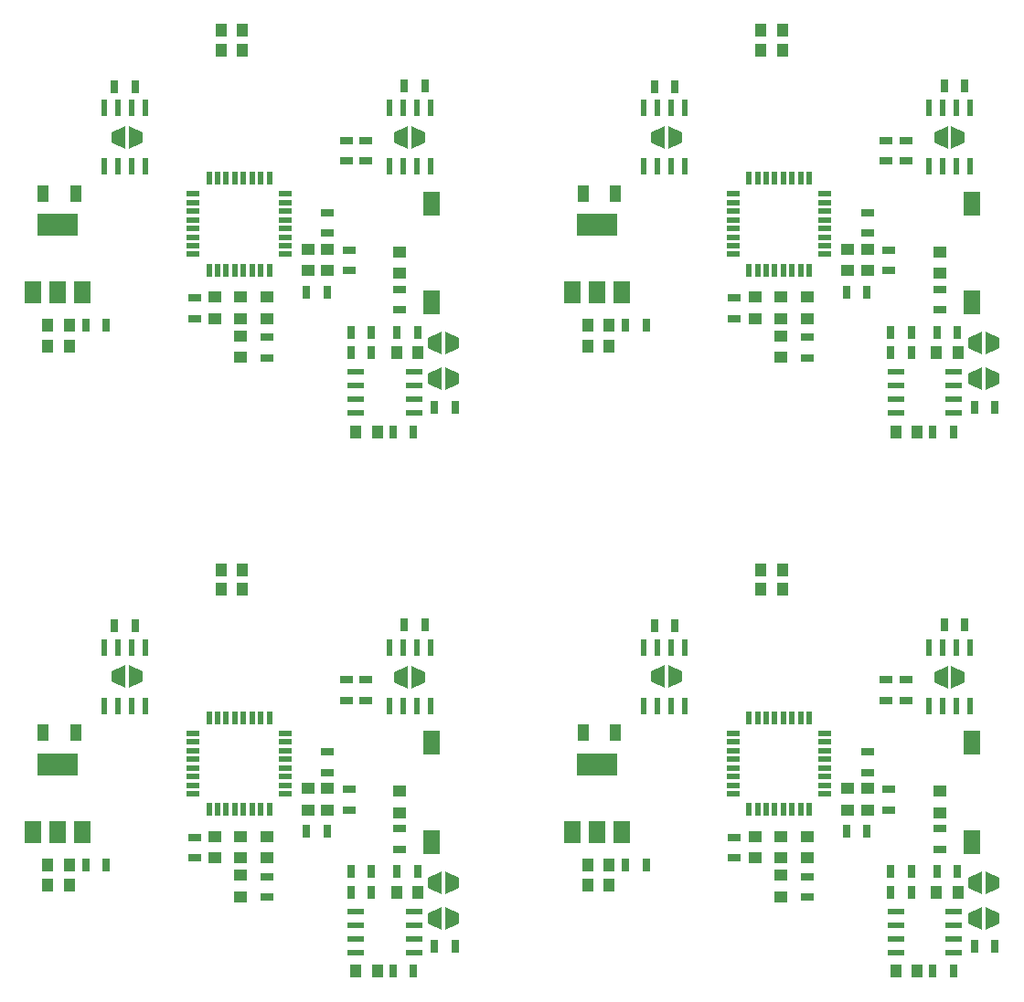
<source format=gtp>
G04 #@! TF.FileFunction,Paste,Top*
%FSLAX46Y46*%
G04 Gerber Fmt 4.6, Leading zero omitted, Abs format (unit mm)*
G04 Created by KiCad (PCBNEW 4.0.2-stable) date 12/4/2017 3:47:34 PM*
%MOMM*%
G01*
G04 APERTURE LIST*
%ADD10C,0.100000*%
%ADD11R,1.300000X0.700000*%
%ADD12R,1.250000X1.000000*%
%ADD13R,1.600000X2.180000*%
%ADD14R,0.700000X1.300000*%
%ADD15R,0.600000X1.550000*%
%ADD16R,1.000000X1.250000*%
%ADD17R,1.550000X0.600000*%
%ADD18R,0.600000X1.200000*%
%ADD19R,1.200000X0.600000*%
%ADD20R,1.000000X1.600000*%
%ADD21R,3.800000X2.000000*%
%ADD22R,1.500000X2.000000*%
G04 APERTURE END LIST*
D10*
D11*
X152811500Y-123601500D03*
X152811500Y-125501500D03*
D12*
X157510500Y-125742000D03*
X157510500Y-123742000D03*
D13*
X160492680Y-128455430D03*
X160497320Y-119250570D03*
D11*
X157510500Y-129121000D03*
X157510500Y-127221000D03*
X150843000Y-120109000D03*
X150843000Y-122009000D03*
D14*
X131097000Y-108422500D03*
X132997000Y-108422500D03*
D10*
G36*
X132072500Y-112059500D02*
X132072500Y-114183500D01*
X130802500Y-113583500D01*
X130802500Y-112659500D01*
X132072500Y-112059500D01*
X132072500Y-112059500D01*
G37*
G36*
X133672500Y-112659500D02*
X133672500Y-113583500D01*
X132402500Y-114183500D01*
X132402500Y-112059500D01*
X133672500Y-112659500D01*
X133672500Y-112659500D01*
G37*
D15*
X130142000Y-115821500D03*
X131412000Y-115821500D03*
X132682000Y-115821500D03*
X133952000Y-115821500D03*
X133952000Y-110421500D03*
X132682000Y-110421500D03*
X131412000Y-110421500D03*
X130142000Y-110421500D03*
D11*
X138524000Y-128044000D03*
X138524000Y-129944000D03*
D12*
X140429000Y-127933000D03*
X140429000Y-129933000D03*
D16*
X159209000Y-133124000D03*
X157209000Y-133124000D03*
X155462500Y-140426500D03*
X153462500Y-140426500D03*
D14*
X154907000Y-131219000D03*
X153007000Y-131219000D03*
X153004500Y-133124000D03*
X154904500Y-133124000D03*
X157259000Y-131219000D03*
X159159000Y-131219000D03*
X156880500Y-140426500D03*
X158780500Y-140426500D03*
D17*
X153446500Y-134902000D03*
X153446500Y-136172000D03*
X153446500Y-137442000D03*
X153446500Y-138712000D03*
X158846500Y-138712000D03*
X158846500Y-137442000D03*
X158846500Y-136172000D03*
X158846500Y-134902000D03*
D10*
G36*
X161409500Y-134475000D02*
X161409500Y-136599000D01*
X160139500Y-135999000D01*
X160139500Y-135075000D01*
X161409500Y-134475000D01*
X161409500Y-134475000D01*
G37*
G36*
X163009500Y-135075000D02*
X163009500Y-135999000D01*
X161739500Y-136599000D01*
X161739500Y-134475000D01*
X163009500Y-135075000D01*
X163009500Y-135075000D01*
G37*
D14*
X162649000Y-138140500D03*
X160749000Y-138140500D03*
D10*
G36*
X161739500Y-133297000D02*
X161739500Y-131173000D01*
X163009500Y-131773000D01*
X163009500Y-132697000D01*
X161739500Y-133297000D01*
X161739500Y-133297000D01*
G37*
G36*
X160139500Y-132697000D02*
X160139500Y-131773000D01*
X161409500Y-131173000D01*
X161409500Y-133297000D01*
X160139500Y-132697000D01*
X160139500Y-132697000D01*
G37*
D16*
X140953000Y-105057000D03*
X142953000Y-105057000D03*
X140953000Y-103215500D03*
X142953000Y-103215500D03*
D14*
X157957500Y-108359000D03*
X159857500Y-108359000D03*
D11*
X152557500Y-113441500D03*
X152557500Y-115341500D03*
D15*
X156558000Y-115821500D03*
X157828000Y-115821500D03*
X159098000Y-115821500D03*
X160368000Y-115821500D03*
X160368000Y-110421500D03*
X159098000Y-110421500D03*
X157828000Y-110421500D03*
X156558000Y-110421500D03*
D10*
G36*
X158260000Y-112123000D02*
X158260000Y-114247000D01*
X156990000Y-113647000D01*
X156990000Y-112723000D01*
X158260000Y-112123000D01*
X158260000Y-112123000D01*
G37*
G36*
X159860000Y-112723000D02*
X159860000Y-113647000D01*
X158590000Y-114247000D01*
X158590000Y-112123000D01*
X159860000Y-112723000D01*
X159860000Y-112723000D01*
G37*
D11*
X154399000Y-113439000D03*
X154399000Y-115339000D03*
D18*
X139851500Y-125436000D03*
X140651500Y-125436000D03*
X141451500Y-125436000D03*
X142251500Y-125436000D03*
X143051500Y-125436000D03*
X143851500Y-125436000D03*
X144651500Y-125436000D03*
X145451500Y-125436000D03*
D19*
X146901500Y-123986000D03*
X146901500Y-123186000D03*
X146901500Y-122386000D03*
X146901500Y-121586000D03*
X146901500Y-120786000D03*
X146901500Y-119986000D03*
X146901500Y-119186000D03*
X146901500Y-118386000D03*
D18*
X145451500Y-116936000D03*
X144651500Y-116936000D03*
X143851500Y-116936000D03*
X143051500Y-116936000D03*
X142251500Y-116936000D03*
X141451500Y-116936000D03*
X140651500Y-116936000D03*
X139851500Y-116936000D03*
D19*
X138401500Y-118386000D03*
X138401500Y-119186000D03*
X138401500Y-119986000D03*
X138401500Y-120786000D03*
X138401500Y-121586000D03*
X138401500Y-122386000D03*
X138401500Y-123186000D03*
X138401500Y-123986000D03*
D11*
X145255000Y-133566000D03*
X145255000Y-131666000D03*
D12*
X149001500Y-125488000D03*
X149001500Y-123488000D03*
X142778500Y-127933000D03*
X142778500Y-129933000D03*
X150843000Y-125488000D03*
X150843000Y-123488000D03*
X145255000Y-127933000D03*
X145255000Y-129933000D03*
D14*
X148877000Y-127472500D03*
X150777000Y-127472500D03*
D12*
X142778500Y-133552500D03*
X142778500Y-131552500D03*
D11*
X95255000Y-133566000D03*
X95255000Y-131666000D03*
D12*
X92778500Y-133552500D03*
X92778500Y-131552500D03*
D14*
X78430000Y-130584000D03*
X80330000Y-130584000D03*
D16*
X90953000Y-105057000D03*
X92953000Y-105057000D03*
X90953000Y-103215500D03*
X92953000Y-103215500D03*
D10*
G36*
X82072500Y-112059500D02*
X82072500Y-114183500D01*
X80802500Y-113583500D01*
X80802500Y-112659500D01*
X82072500Y-112059500D01*
X82072500Y-112059500D01*
G37*
G36*
X83672500Y-112659500D02*
X83672500Y-113583500D01*
X82402500Y-114183500D01*
X82402500Y-112059500D01*
X83672500Y-112659500D01*
X83672500Y-112659500D01*
G37*
D15*
X80142000Y-115821500D03*
X81412000Y-115821500D03*
X82682000Y-115821500D03*
X83952000Y-115821500D03*
X83952000Y-110421500D03*
X82682000Y-110421500D03*
X81412000Y-110421500D03*
X80142000Y-110421500D03*
D14*
X81097000Y-108422500D03*
X82997000Y-108422500D03*
D20*
X77514500Y-118328500D03*
X74514500Y-118328500D03*
D16*
X76903500Y-130584000D03*
X74903500Y-130584000D03*
D21*
X75810000Y-121236000D03*
D22*
X75810000Y-127536000D03*
X78110000Y-127536000D03*
X73510000Y-127536000D03*
D16*
X76903500Y-132489000D03*
X74903500Y-132489000D03*
D11*
X88524000Y-128044000D03*
X88524000Y-129944000D03*
D12*
X90429000Y-127933000D03*
X90429000Y-129933000D03*
D18*
X89851500Y-125436000D03*
X90651500Y-125436000D03*
X91451500Y-125436000D03*
X92251500Y-125436000D03*
X93051500Y-125436000D03*
X93851500Y-125436000D03*
X94651500Y-125436000D03*
X95451500Y-125436000D03*
D19*
X96901500Y-123986000D03*
X96901500Y-123186000D03*
X96901500Y-122386000D03*
X96901500Y-121586000D03*
X96901500Y-120786000D03*
X96901500Y-119986000D03*
X96901500Y-119186000D03*
X96901500Y-118386000D03*
D18*
X95451500Y-116936000D03*
X94651500Y-116936000D03*
X93851500Y-116936000D03*
X93051500Y-116936000D03*
X92251500Y-116936000D03*
X91451500Y-116936000D03*
X90651500Y-116936000D03*
X89851500Y-116936000D03*
D19*
X88401500Y-118386000D03*
X88401500Y-119186000D03*
X88401500Y-119986000D03*
X88401500Y-120786000D03*
X88401500Y-121586000D03*
X88401500Y-122386000D03*
X88401500Y-123186000D03*
X88401500Y-123986000D03*
D12*
X92778500Y-127933000D03*
X92778500Y-129933000D03*
X95255000Y-127933000D03*
X95255000Y-129933000D03*
X99001500Y-125488000D03*
X99001500Y-123488000D03*
D14*
X98877000Y-127472500D03*
X100777000Y-127472500D03*
X128430000Y-130584000D03*
X130330000Y-130584000D03*
D21*
X125810000Y-121236000D03*
D22*
X125810000Y-127536000D03*
X128110000Y-127536000D03*
X123510000Y-127536000D03*
D20*
X127514500Y-118328500D03*
X124514500Y-118328500D03*
D16*
X126903500Y-130584000D03*
X124903500Y-130584000D03*
X126903500Y-132489000D03*
X124903500Y-132489000D03*
X105462500Y-140426500D03*
X103462500Y-140426500D03*
D17*
X103446500Y-134902000D03*
X103446500Y-136172000D03*
X103446500Y-137442000D03*
X103446500Y-138712000D03*
X108846500Y-138712000D03*
X108846500Y-137442000D03*
X108846500Y-136172000D03*
X108846500Y-134902000D03*
D16*
X109209000Y-133124000D03*
X107209000Y-133124000D03*
D14*
X103004500Y-133124000D03*
X104904500Y-133124000D03*
X107259000Y-131219000D03*
X109159000Y-131219000D03*
X106880500Y-140426500D03*
X108780500Y-140426500D03*
X104907000Y-131219000D03*
X103007000Y-131219000D03*
D10*
G36*
X111409500Y-134475000D02*
X111409500Y-136599000D01*
X110139500Y-135999000D01*
X110139500Y-135075000D01*
X111409500Y-134475000D01*
X111409500Y-134475000D01*
G37*
G36*
X113009500Y-135075000D02*
X113009500Y-135999000D01*
X111739500Y-136599000D01*
X111739500Y-134475000D01*
X113009500Y-135075000D01*
X113009500Y-135075000D01*
G37*
G36*
X111739500Y-133297000D02*
X111739500Y-131173000D01*
X113009500Y-131773000D01*
X113009500Y-132697000D01*
X111739500Y-133297000D01*
X111739500Y-133297000D01*
G37*
G36*
X110139500Y-132697000D02*
X110139500Y-131773000D01*
X111409500Y-131173000D01*
X111409500Y-133297000D01*
X110139500Y-132697000D01*
X110139500Y-132697000D01*
G37*
D14*
X112649000Y-138140500D03*
X110749000Y-138140500D03*
D13*
X110492680Y-128455430D03*
X110497320Y-119250570D03*
D12*
X107510500Y-125742000D03*
X107510500Y-123742000D03*
X100843000Y-125488000D03*
X100843000Y-123488000D03*
D11*
X100843000Y-120109000D03*
X100843000Y-122009000D03*
X102811500Y-123601500D03*
X102811500Y-125501500D03*
X107510500Y-129121000D03*
X107510500Y-127221000D03*
X102557500Y-113441500D03*
X102557500Y-115341500D03*
X104399000Y-113439000D03*
X104399000Y-115339000D03*
D15*
X106558000Y-115821500D03*
X107828000Y-115821500D03*
X109098000Y-115821500D03*
X110368000Y-115821500D03*
X110368000Y-110421500D03*
X109098000Y-110421500D03*
X107828000Y-110421500D03*
X106558000Y-110421500D03*
D14*
X107957500Y-108359000D03*
X109857500Y-108359000D03*
D10*
G36*
X108260000Y-112123000D02*
X108260000Y-114247000D01*
X106990000Y-113647000D01*
X106990000Y-112723000D01*
X108260000Y-112123000D01*
X108260000Y-112123000D01*
G37*
G36*
X109860000Y-112723000D02*
X109860000Y-113647000D01*
X108590000Y-114247000D01*
X108590000Y-112123000D01*
X109860000Y-112723000D01*
X109860000Y-112723000D01*
G37*
D14*
X154907000Y-81219000D03*
X153007000Y-81219000D03*
X153004500Y-83124000D03*
X154904500Y-83124000D03*
X157259000Y-81219000D03*
X159159000Y-81219000D03*
D16*
X159209000Y-83124000D03*
X157209000Y-83124000D03*
D17*
X153446500Y-84902000D03*
X153446500Y-86172000D03*
X153446500Y-87442000D03*
X153446500Y-88712000D03*
X158846500Y-88712000D03*
X158846500Y-87442000D03*
X158846500Y-86172000D03*
X158846500Y-84902000D03*
D16*
X155462500Y-90426500D03*
X153462500Y-90426500D03*
D14*
X156880500Y-90426500D03*
X158780500Y-90426500D03*
X162649000Y-88140500D03*
X160749000Y-88140500D03*
D10*
G36*
X161739500Y-83297000D02*
X161739500Y-81173000D01*
X163009500Y-81773000D01*
X163009500Y-82697000D01*
X161739500Y-83297000D01*
X161739500Y-83297000D01*
G37*
G36*
X160139500Y-82697000D02*
X160139500Y-81773000D01*
X161409500Y-81173000D01*
X161409500Y-83297000D01*
X160139500Y-82697000D01*
X160139500Y-82697000D01*
G37*
G36*
X161409500Y-84475000D02*
X161409500Y-86599000D01*
X160139500Y-85999000D01*
X160139500Y-85075000D01*
X161409500Y-84475000D01*
X161409500Y-84475000D01*
G37*
G36*
X163009500Y-85075000D02*
X163009500Y-85999000D01*
X161739500Y-86599000D01*
X161739500Y-84475000D01*
X163009500Y-85075000D01*
X163009500Y-85075000D01*
G37*
D12*
X142778500Y-83552500D03*
X142778500Y-81552500D03*
D11*
X145255000Y-83566000D03*
X145255000Y-81666000D03*
X152811500Y-73601500D03*
X152811500Y-75501500D03*
D13*
X160492680Y-78455430D03*
X160497320Y-69250570D03*
D11*
X157510500Y-79121000D03*
X157510500Y-77221000D03*
X154399000Y-63439000D03*
X154399000Y-65339000D03*
D12*
X157510500Y-75742000D03*
X157510500Y-73742000D03*
D10*
G36*
X158260000Y-62123000D02*
X158260000Y-64247000D01*
X156990000Y-63647000D01*
X156990000Y-62723000D01*
X158260000Y-62123000D01*
X158260000Y-62123000D01*
G37*
G36*
X159860000Y-62723000D02*
X159860000Y-63647000D01*
X158590000Y-64247000D01*
X158590000Y-62123000D01*
X159860000Y-62723000D01*
X159860000Y-62723000D01*
G37*
D15*
X156558000Y-65821500D03*
X157828000Y-65821500D03*
X159098000Y-65821500D03*
X160368000Y-65821500D03*
X160368000Y-60421500D03*
X159098000Y-60421500D03*
X157828000Y-60421500D03*
X156558000Y-60421500D03*
D11*
X152557500Y-63441500D03*
X152557500Y-65341500D03*
D14*
X157957500Y-58359000D03*
X159857500Y-58359000D03*
X128430000Y-80584000D03*
X130330000Y-80584000D03*
D16*
X126903500Y-82489000D03*
X124903500Y-82489000D03*
D21*
X125810000Y-71236000D03*
D22*
X125810000Y-77536000D03*
X128110000Y-77536000D03*
X123510000Y-77536000D03*
D12*
X140429000Y-77933000D03*
X140429000Y-79933000D03*
D20*
X127514500Y-68328500D03*
X124514500Y-68328500D03*
D11*
X138524000Y-78044000D03*
X138524000Y-79944000D03*
D12*
X142778500Y-77933000D03*
X142778500Y-79933000D03*
D16*
X126903500Y-80584000D03*
X124903500Y-80584000D03*
D12*
X145255000Y-77933000D03*
X145255000Y-79933000D03*
D15*
X130142000Y-65821500D03*
X131412000Y-65821500D03*
X132682000Y-65821500D03*
X133952000Y-65821500D03*
X133952000Y-60421500D03*
X132682000Y-60421500D03*
X131412000Y-60421500D03*
X130142000Y-60421500D03*
D10*
G36*
X132072500Y-62059500D02*
X132072500Y-64183500D01*
X130802500Y-63583500D01*
X130802500Y-62659500D01*
X132072500Y-62059500D01*
X132072500Y-62059500D01*
G37*
G36*
X133672500Y-62659500D02*
X133672500Y-63583500D01*
X132402500Y-64183500D01*
X132402500Y-62059500D01*
X133672500Y-62659500D01*
X133672500Y-62659500D01*
G37*
D14*
X131097000Y-58422500D03*
X132997000Y-58422500D03*
D12*
X149001500Y-75488000D03*
X149001500Y-73488000D03*
X150843000Y-75488000D03*
X150843000Y-73488000D03*
D18*
X139851500Y-75436000D03*
X140651500Y-75436000D03*
X141451500Y-75436000D03*
X142251500Y-75436000D03*
X143051500Y-75436000D03*
X143851500Y-75436000D03*
X144651500Y-75436000D03*
X145451500Y-75436000D03*
D19*
X146901500Y-73986000D03*
X146901500Y-73186000D03*
X146901500Y-72386000D03*
X146901500Y-71586000D03*
X146901500Y-70786000D03*
X146901500Y-69986000D03*
X146901500Y-69186000D03*
X146901500Y-68386000D03*
D18*
X145451500Y-66936000D03*
X144651500Y-66936000D03*
X143851500Y-66936000D03*
X143051500Y-66936000D03*
X142251500Y-66936000D03*
X141451500Y-66936000D03*
X140651500Y-66936000D03*
X139851500Y-66936000D03*
D19*
X138401500Y-68386000D03*
X138401500Y-69186000D03*
X138401500Y-69986000D03*
X138401500Y-70786000D03*
X138401500Y-71586000D03*
X138401500Y-72386000D03*
X138401500Y-73186000D03*
X138401500Y-73986000D03*
D16*
X140953000Y-53215500D03*
X142953000Y-53215500D03*
X140953000Y-55057000D03*
X142953000Y-55057000D03*
D14*
X148877000Y-77472500D03*
X150777000Y-77472500D03*
D11*
X150843000Y-70109000D03*
X150843000Y-72009000D03*
D12*
X90429000Y-77933000D03*
X90429000Y-79933000D03*
D16*
X90953000Y-55057000D03*
X92953000Y-55057000D03*
X90953000Y-53215500D03*
X92953000Y-53215500D03*
D12*
X92778500Y-77933000D03*
X92778500Y-79933000D03*
X95255000Y-77933000D03*
X95255000Y-79933000D03*
D16*
X105462500Y-90426500D03*
X103462500Y-90426500D03*
D12*
X92778500Y-83552500D03*
X92778500Y-81552500D03*
X107510500Y-75742000D03*
X107510500Y-73742000D03*
X99001500Y-75488000D03*
X99001500Y-73488000D03*
X100843000Y-75488000D03*
X100843000Y-73488000D03*
D16*
X76903500Y-80584000D03*
X74903500Y-80584000D03*
X76903500Y-82489000D03*
X74903500Y-82489000D03*
D10*
G36*
X111739500Y-83297000D02*
X111739500Y-81173000D01*
X113009500Y-81773000D01*
X113009500Y-82697000D01*
X111739500Y-83297000D01*
X111739500Y-83297000D01*
G37*
G36*
X110139500Y-82697000D02*
X110139500Y-81773000D01*
X111409500Y-81173000D01*
X111409500Y-83297000D01*
X110139500Y-82697000D01*
X110139500Y-82697000D01*
G37*
G36*
X111409500Y-84475000D02*
X111409500Y-86599000D01*
X110139500Y-85999000D01*
X110139500Y-85075000D01*
X111409500Y-84475000D01*
X111409500Y-84475000D01*
G37*
G36*
X113009500Y-85075000D02*
X113009500Y-85999000D01*
X111739500Y-86599000D01*
X111739500Y-84475000D01*
X113009500Y-85075000D01*
X113009500Y-85075000D01*
G37*
G36*
X82072500Y-62059500D02*
X82072500Y-64183500D01*
X80802500Y-63583500D01*
X80802500Y-62659500D01*
X82072500Y-62059500D01*
X82072500Y-62059500D01*
G37*
G36*
X83672500Y-62659500D02*
X83672500Y-63583500D01*
X82402500Y-64183500D01*
X82402500Y-62059500D01*
X83672500Y-62659500D01*
X83672500Y-62659500D01*
G37*
G36*
X108260000Y-62123000D02*
X108260000Y-64247000D01*
X106990000Y-63647000D01*
X106990000Y-62723000D01*
X108260000Y-62123000D01*
X108260000Y-62123000D01*
G37*
G36*
X109860000Y-62723000D02*
X109860000Y-63647000D01*
X108590000Y-64247000D01*
X108590000Y-62123000D01*
X109860000Y-62723000D01*
X109860000Y-62723000D01*
G37*
D14*
X106880500Y-90426500D03*
X108780500Y-90426500D03*
X112649000Y-88140500D03*
X110749000Y-88140500D03*
D11*
X95255000Y-83566000D03*
X95255000Y-81666000D03*
D14*
X103004500Y-83124000D03*
X104904500Y-83124000D03*
X104907000Y-81219000D03*
X103007000Y-81219000D03*
X81097000Y-58422500D03*
X82997000Y-58422500D03*
D11*
X107510500Y-79121000D03*
X107510500Y-77221000D03*
D14*
X98877000Y-77472500D03*
X100777000Y-77472500D03*
X78430000Y-80584000D03*
X80330000Y-80584000D03*
D11*
X88524000Y-78044000D03*
X88524000Y-79944000D03*
X102811500Y-73601500D03*
X102811500Y-75501500D03*
D14*
X107259000Y-81219000D03*
X109159000Y-81219000D03*
X107957500Y-58359000D03*
X109857500Y-58359000D03*
D11*
X100843000Y-70109000D03*
X100843000Y-72009000D03*
D13*
X110492680Y-78455430D03*
X110497320Y-69250570D03*
D18*
X89851500Y-75436000D03*
X90651500Y-75436000D03*
X91451500Y-75436000D03*
X92251500Y-75436000D03*
X93051500Y-75436000D03*
X93851500Y-75436000D03*
X94651500Y-75436000D03*
X95451500Y-75436000D03*
D19*
X96901500Y-73986000D03*
X96901500Y-73186000D03*
X96901500Y-72386000D03*
X96901500Y-71586000D03*
X96901500Y-70786000D03*
X96901500Y-69986000D03*
X96901500Y-69186000D03*
X96901500Y-68386000D03*
D18*
X95451500Y-66936000D03*
X94651500Y-66936000D03*
X93851500Y-66936000D03*
X93051500Y-66936000D03*
X92251500Y-66936000D03*
X91451500Y-66936000D03*
X90651500Y-66936000D03*
X89851500Y-66936000D03*
D19*
X88401500Y-68386000D03*
X88401500Y-69186000D03*
X88401500Y-69986000D03*
X88401500Y-70786000D03*
X88401500Y-71586000D03*
X88401500Y-72386000D03*
X88401500Y-73186000D03*
X88401500Y-73986000D03*
D17*
X103446500Y-84902000D03*
X103446500Y-86172000D03*
X103446500Y-87442000D03*
X103446500Y-88712000D03*
X108846500Y-88712000D03*
X108846500Y-87442000D03*
X108846500Y-86172000D03*
X108846500Y-84902000D03*
D15*
X80142000Y-65821500D03*
X81412000Y-65821500D03*
X82682000Y-65821500D03*
X83952000Y-65821500D03*
X83952000Y-60421500D03*
X82682000Y-60421500D03*
X81412000Y-60421500D03*
X80142000Y-60421500D03*
X106558000Y-65821500D03*
X107828000Y-65821500D03*
X109098000Y-65821500D03*
X110368000Y-65821500D03*
X110368000Y-60421500D03*
X109098000Y-60421500D03*
X107828000Y-60421500D03*
X106558000Y-60421500D03*
D21*
X75810000Y-71236000D03*
D22*
X75810000Y-77536000D03*
X78110000Y-77536000D03*
X73510000Y-77536000D03*
D11*
X104399000Y-63439000D03*
X104399000Y-65339000D03*
X102557500Y-63441500D03*
X102557500Y-65341500D03*
D20*
X77514500Y-68328500D03*
X74514500Y-68328500D03*
D16*
X109209000Y-83124000D03*
X107209000Y-83124000D03*
M02*

</source>
